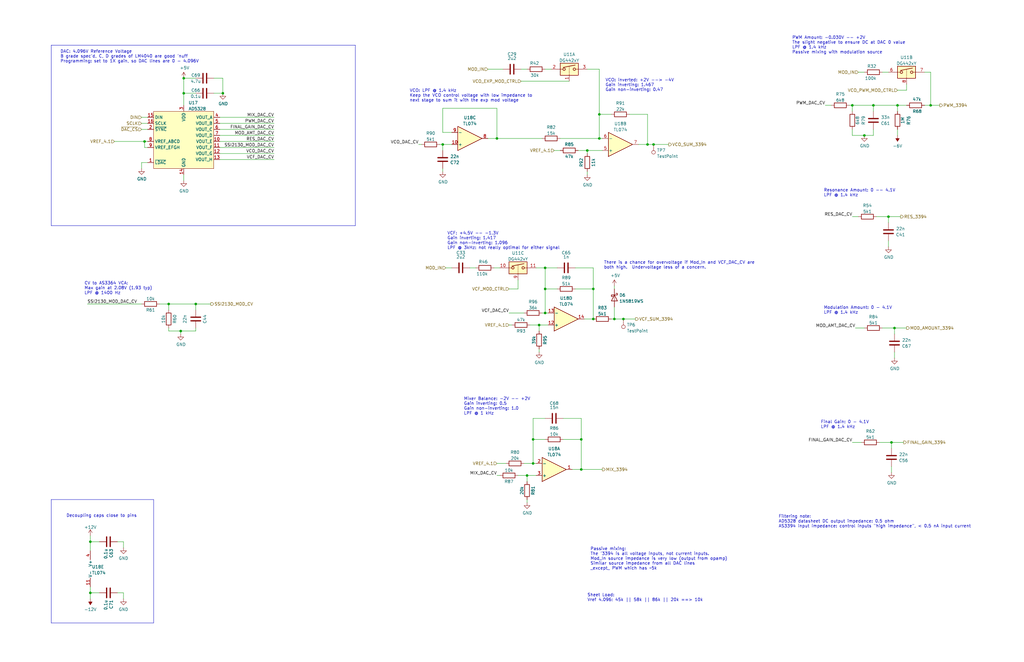
<source format=kicad_sch>
(kicad_sch (version 20230121) (generator eeschema)
  (paper "B")
  (title_block (title "Zoxnoxious SSI2130/AS3394") (rev "0.1") (company "Zoxnoxious Engineering"))
  (lib_symbols
    (symbol "Amplifier_Operational:TL074" (pin_names (offset 0.127))
      (property "Reference" "U" (at 0 5.08 0))
      (property "Value" "TL074" (at 0 -5.08 0))
      (symbol "TL074_1_1"
        (polyline (pts (xy -5.08 5.08) (xy 5.08 0) (xy -5.08 -5.08) (xy -5.08 5.08)) (stroke (width 0.254)) (fill (type background)))
        (pin output line (at 7.62 0 180) (length 2.54) (name "~") (number "1"))
        (pin input line (at -7.62 -2.54 0) (length 2.54) (name "-") (number "2"))
        (pin input line (at -7.62 2.54 0) (length 2.54) (name "+") (number "3"))
      )
      (symbol "TL074_2_1"
        (polyline (pts (xy -5.08 5.08) (xy 5.08 0) (xy -5.08 -5.08) (xy -5.08 5.08)) (stroke (width 0.254)) (fill (type background)))
        (pin input line (at -7.62 2.54 0) (length 2.54) (name "+") (number "5"))
        (pin input line (at -7.62 -2.54 0) (length 2.54) (name "-") (number "6"))
        (pin output line (at 7.62 0 180) (length 2.54) (name "~") (number "7"))
      )
      (symbol "TL074_3_1"
        (polyline (pts (xy -5.08 5.08) (xy 5.08 0) (xy -5.08 -5.08) (xy -5.08 5.08)) (stroke (width 0.254)) (fill (type background)))
        (pin input line (at -7.62 2.54 0) (length 2.54) (name "+") (number "10"))
        (pin output line (at 7.62 0 180) (length 2.54) (name "~") (number "8"))
        (pin input line (at -7.62 -2.54 0) (length 2.54) (name "-") (number "9"))
      )
      (symbol "TL074_4_1"
        (polyline (pts (xy -5.08 5.08) (xy 5.08 0) (xy -5.08 -5.08) (xy -5.08 5.08)) (stroke (width 0.254)) (fill (type background)))
        (pin input line (at -7.62 2.54 0) (length 2.54) (name "+") (number "12"))
        (pin input line (at -7.62 -2.54 0) (length 2.54) (name "-") (number "13"))
        (pin output line (at 7.62 0 180) (length 2.54) (name "~") (number "14"))
      )
      (symbol "TL074_5_1"
        (pin power_in line (at -2.54 -7.62 90) (length 3.81) (name "V-") (number "11"))
        (pin power_in line (at -2.54 7.62 270) (length 3.81) (name "V+") (number "4"))
      )
    )
    (symbol "Analog_Switch:DG442xY"
      (property "Reference" "U" (at -3.175 5.334 0))
      (property "Value" "DG442xY" (at -3.175 3.556 0))
      (symbol "DG442xY_1_1"
        (rectangle (start -3.81 2.54) (end 3.81 -2.54) (stroke (width 0.254)) (fill (type background)))
        (circle (center -2.159 0) (radius 0.508) (stroke (width 0.254)))
        (polyline (pts (xy -5.08 0) (xy -2.794 0)))
        (polyline (pts (xy -2.54 0.762) (xy 2.54 1.778)) (stroke (width 0.254)))
        (polyline (pts (xy 0 -2.54) (xy 0 -2.032)))
        (polyline (pts (xy 0 -1.778) (xy 0 -1.524)))
        (polyline (pts (xy 0 -1.27) (xy 0 -1.016)))
        (polyline (pts (xy 0 -0.762) (xy 0 -0.508)))
        (polyline (pts (xy 0 -0.254) (xy 0 0)))
        (polyline (pts (xy 0 0.254) (xy 0 0.508)))
        (polyline (pts (xy 0 0.762) (xy 0 1.016)))
        (polyline (pts (xy 5.08 0) (xy 2.794 0)))
        (circle (center 2.159 0) (radius 0.508) (stroke (width 0.254)))
        (pin input line (at 0 -5.08 90) (length 2.54) (name "~") (number "1"))
        (pin passive line (at -7.62 0 0) (length 2.54) (name "~") (number "2"))
        (pin passive line (at 7.62 0 180) (length 2.54) (name "~") (number "3"))
      )
      (symbol "DG442xY_2_1"
        (rectangle (start -3.81 2.54) (end 3.81 -2.54) (stroke (width 0.254)) (fill (type background)))
        (circle (center -2.159 0) (radius 0.508) (stroke (width 0.254)))
        (polyline (pts (xy -5.08 0) (xy -2.794 0)))
        (polyline (pts (xy -2.54 0.762) (xy 2.54 1.778)) (stroke (width 0.254)))
        (polyline (pts (xy 0 -2.54) (xy 0 -2.032)))
        (polyline (pts (xy 0 -1.778) (xy 0 -1.524)))
        (polyline (pts (xy 0 -1.27) (xy 0 -1.016)))
        (polyline (pts (xy 0 -0.762) (xy 0 -0.508)))
        (polyline (pts (xy 0 -0.254) (xy 0 0)))
        (polyline (pts (xy 0 0.254) (xy 0 0.508)))
        (polyline (pts (xy 0 0.762) (xy 0 1.016)))
        (polyline (pts (xy 5.08 0) (xy 2.794 0)))
        (circle (center 2.159 0) (radius 0.508) (stroke (width 0.254)))
        (pin passive line (at -7.62 0 0) (length 2.54) (name "~") (number "6"))
        (pin passive line (at 7.62 0 180) (length 2.54) (name "~") (number "7"))
        (pin input line (at 0 -5.08 90) (length 2.54) (name "~") (number "8"))
      )
      (symbol "DG442xY_3_1"
        (rectangle (start -3.81 2.54) (end 3.81 -2.54) (stroke (width 0.254)) (fill (type background)))
        (circle (center -2.159 0) (radius 0.508) (stroke (width 0.254)))
        (polyline (pts (xy -5.08 0) (xy -2.794 0)))
        (polyline (pts (xy -2.54 0.762) (xy 2.54 1.778)) (stroke (width 0.254)))
        (polyline (pts (xy 0 -2.54) (xy 0 -2.032)))
        (polyline (pts (xy 0 -1.778) (xy 0 -1.524)))
        (polyline (pts (xy 0 -1.27) (xy 0 -1.016)))
        (polyline (pts (xy 0 -0.762) (xy 0 -0.508)))
        (polyline (pts (xy 0 -0.254) (xy 0 0)))
        (polyline (pts (xy 0 0.254) (xy 0 0.508)))
        (polyline (pts (xy 0 0.762) (xy 0 1.016)))
        (polyline (pts (xy 5.08 0) (xy 2.794 0)))
        (circle (center 2.159 0) (radius 0.508) (stroke (width 0.254)))
        (pin passive line (at -7.62 0 0) (length 2.54) (name "~") (number "10"))
        (pin passive line (at 7.62 0 180) (length 2.54) (name "~") (number "11"))
        (pin input line (at 0 -5.08 90) (length 2.54) (name "~") (number "9"))
      )
      (symbol "DG442xY_4_1"
        (rectangle (start -3.81 2.54) (end 3.81 -2.54) (stroke (width 0.254)) (fill (type background)))
        (circle (center -2.159 0) (radius 0.508) (stroke (width 0.254)))
        (polyline (pts (xy -5.08 0) (xy -2.794 0)))
        (polyline (pts (xy -2.54 0.762) (xy 2.54 1.778)) (stroke (width 0.254)))
        (polyline (pts (xy 0 -2.54) (xy 0 -2.032)))
        (polyline (pts (xy 0 -1.778) (xy 0 -1.524)))
        (polyline (pts (xy 0 -1.27) (xy 0 -1.016)))
        (polyline (pts (xy 0 -0.762) (xy 0 -0.508)))
        (polyline (pts (xy 0 -0.254) (xy 0 0)))
        (polyline (pts (xy 0 0.254) (xy 0 0.508)))
        (polyline (pts (xy 0 0.762) (xy 0 1.016)))
        (polyline (pts (xy 5.08 0) (xy 2.794 0)))
        (circle (center 2.159 0) (radius 0.508) (stroke (width 0.254)))
        (pin passive line (at 7.62 0 180) (length 2.54) (name "~") (number "14"))
        (pin passive line (at -7.62 0 0) (length 2.54) (name "~") (number "15"))
        (pin input line (at 0 -5.08 90) (length 2.54) (name "~") (number "16"))
      )
      (symbol "DG442xY_5_0"
        (pin no_connect line (at 2.54 10.16 270) (length 2.54) hide (name "NC") (number "12"))
        (pin power_in line (at 0 12.7 270) (length 2.54) (name "V+") (number "13"))
        (pin power_in line (at 2.54 -12.7 90) (length 2.54) (name "V-") (number "4"))
        (pin power_in line (at 0 -12.7 90) (length 2.54) (name "GND") (number "5"))
      )
      (symbol "DG442xY_5_1"
        (rectangle (start -3.81 10.16) (end 6.35 -10.16) (stroke (width 0.254)) (fill (type background)))
      )
    )
    (symbol "Connector:TestPoint" (pin_numbers hide) (pin_names (offset 0.762) hide)
      (property "Reference" "TP" (at 0 6.858 0))
      (property "Value" "TestPoint" (at 0 5.08 0))
      (symbol "TestPoint_0_1"
        (circle (center 0 3.302) (radius 0.762))
      )
      (symbol "TestPoint_1_1"
        (pin passive line (at 0 0 90) (length 2.54) (name "1") (number "1"))
      )
    )
    (symbol "Device:C" (pin_numbers hide) (pin_names (offset 0.254))
      (property "Reference" "C" (at 0.635 2.54 0))
      (property "Value" "C" (at 0.635 -2.54 0))
      (symbol "C_0_1"
        (polyline (pts (xy -2.032 -0.762) (xy 2.032 -0.762)) (stroke (width 0.508)))
        (polyline (pts (xy -2.032 0.762) (xy 2.032 0.762)) (stroke (width 0.508)))
      )
      (symbol "C_1_1"
        (pin passive line (at 0 3.81 270) (length 2.794) (name "~") (number "1"))
        (pin passive line (at 0 -3.81 90) (length 2.794) (name "~") (number "2"))
      )
    )
    (symbol "Device:R" (pin_numbers hide) (pin_names (offset 0))
      (property "Reference" "R" (at 2.032 0 90))
      (property "Value" "R" (at 0 0 90))
      (symbol "R_0_1"
        (rectangle (start -1.016 -2.54) (end 1.016 2.54) (stroke (width 0.254)))
      )
      (symbol "R_1_1"
        (pin passive line (at 0 3.81 270) (length 1.27) (name "~") (number "1"))
        (pin passive line (at 0 -3.81 90) (length 1.27) (name "~") (number "2"))
      )
    )
    (symbol "Diode:1N5819" (pin_numbers hide) (pin_names (offset 1.016) hide)
      (property "Reference" "D" (at 0 2.54 0))
      (property "Value" "1N5819" (at 0 -2.54 0))
      (symbol "1N5819_0_1"
        (polyline (pts (xy 1.27 0) (xy -1.27 0)))
        (polyline (pts (xy 1.27 1.27) (xy 1.27 -1.27) (xy -1.27 0) (xy 1.27 1.27)) (stroke (width 0.254)))
        (polyline (pts (xy -1.905 0.635) (xy -1.905 1.27) (xy -1.27 1.27) (xy -1.27 -1.27) (xy -0.635 -1.27) (xy -0.635 -0.635)) (stroke (width 0.254)))
      )
      (symbol "1N5819_1_1"
        (pin passive line (at -3.81 0 0) (length 2.54) (name "K") (number "1"))
        (pin passive line (at 3.81 0 180) (length 2.54) (name "A") (number "2"))
      )
    )
    (symbol "Z3340:AD5328"
      (property "Reference" "U" (at 0 -2.54 0))
      (property "Value" "AD5328" (at 0 0 0))
      (symbol "AD5328_0_1"
        (rectangle (start -12.7 10.16) (end 12.7 -13.97) (stroke (width 0.1524)) (fill (type background)))
      )
      (symbol "AD5328_1_1"
        (pin input line (at -15.24 -11.43 0) (length 2.54) (name "~{LDAC}") (number "1"))
        (pin output line (at 15.24 -2.54 180) (length 2.54) (name "VOUT_E") (number "10"))
        (pin output line (at 15.24 -5.08 180) (length 2.54) (name "VOUT_F") (number "11"))
        (pin output line (at 15.24 -7.62 180) (length 2.54) (name "VOUT_G") (number "12"))
        (pin output line (at 15.24 -10.16 180) (length 2.54) (name "VOUT_H") (number "13"))
        (pin power_in line (at 0 -16.51 90) (length 2.54) (name "GND") (number "14"))
        (pin input line (at -15.24 7.62 0) (length 2.54) (name "DIN") (number "15"))
        (pin input line (at -15.24 5.08 0) (length 2.54) (name "SCLK") (number "16"))
        (pin input line (at -15.24 2.54 0) (length 2.54) (name "~{SYNC}") (number "2"))
        (pin power_in line (at 0 12.7 270) (length 2.54) (name "VDD") (number "3"))
        (pin output line (at 15.24 7.62 180) (length 2.54) (name "VOUT_A") (number "4"))
        (pin output line (at 15.24 5.08 180) (length 2.54) (name "VOUT_B") (number "5"))
        (pin output line (at 15.24 2.54 180) (length 2.54) (name "VOUT_C") (number "6"))
        (pin output line (at 15.24 0 180) (length 2.54) (name "VOUT_D") (number "7"))
        (pin input line (at -15.24 -2.54 0) (length 2.54) (name "VREF_ABCD") (number "8"))
        (pin input line (at -15.24 -5.08 0) (length 2.54) (name "VREF_EFGH") (number "9"))
      )
    )
    (symbol "power:+12V" (power) (pin_names (offset 0))
      (property "Value" "+12V" (at 0 3.556 0))
      (symbol "+12V_0_1"
        (polyline (pts (xy -0.762 1.27) (xy 0 2.54)))
        (polyline (pts (xy 0 0) (xy 0 2.54)))
        (polyline (pts (xy 0 2.54) (xy 0.762 1.27)))
      )
      (symbol "+12V_1_1"
        (pin power_in line (at 0 0 90) (length 0) hide (name "+12V") (number "1"))
      )
    )
    (symbol "power:+5V" (power) (pin_names (offset 0))
      (property "Value" "+5V" (at 0 3.556 0))
      (symbol "+5V_0_1"
        (polyline (pts (xy -0.762 1.27) (xy 0 2.54)))
        (polyline (pts (xy 0 0) (xy 0 2.54)))
        (polyline (pts (xy 0 2.54) (xy 0.762 1.27)))
      )
      (symbol "+5V_1_1"
        (pin power_in line (at 0 0 90) (length 0) hide (name "+5V") (number "1"))
      )
    )
    (symbol "power:-12V" (power) (pin_names (offset 0))
      (property "Value" "-12V" (at 0 3.81 0))
      (symbol "-12V_0_0"
        (pin power_in line (at 0 0 90) (length 0) hide (name "-12V") (number "1"))
      )
      (symbol "-12V_0_1"
        (polyline (pts (xy 0 0) (xy 0 1.27) (xy 0.762 1.27) (xy 0 2.54) (xy -0.762 1.27) (xy 0 1.27)) (fill (type outline)))
      )
    )
    (symbol "power:-6.5V" (power) (pin_names (offset 0))
      (property "Value" "-6.5V" (at 0 3.81 0))
      (symbol "-6.5V_0_0"
        (pin power_in line (at 0 0 90) (length 0) hide (name "-6V") (number "1"))
      )
      (symbol "-6.5V_0_1"
        (polyline (pts (xy 0 0) (xy 0 1.27) (xy 0.762 1.27) (xy 0 2.54) (xy -0.762 1.27) (xy 0 1.27)) (fill (type outline)))
      )
    )
    (symbol "power:GND" (power) (pin_names (offset 0))
      (property "Value" "GND" (at 0 -3.81 0))
      (symbol "GND_0_1"
        (polyline (pts (xy 0 0) (xy 0 -1.27) (xy 1.27 -1.27) (xy 0 -2.54) (xy -1.27 -1.27) (xy 0 -1.27)))
      )
      (symbol "GND_1_1"
        (pin power_in line (at 0 0 270) (length 0) hide (name "GND") (number "1"))
      )
    )
  )
  (junction (at 186.69 60.96))
  (junction (at 359.41 44.45))
  (junction (at 209.55 58.42))
  (junction (at 250.19 134.62))
  (junction (at 259.08 134.62))
  (junction (at 77.47 39.37))
  (junction (at 71.12 128.27))
  (junction (at 38.1 250.19))
  (junction (at 222.25 200.66))
  (junction (at 368.3 44.45))
  (junction (at 252.73 58.42))
  (junction (at 275.59 60.96))
  (junction (at 374.65 91.44))
  (junction (at 60.96 59.69))
  (junction (at 224.79 185.42))
  (junction (at 38.1 228.6))
  (junction (at 93.98 39.37))
  (junction (at 245.11 198.12))
  (junction (at 377.19 138.43))
  (junction (at 77.47 33.02))
  (junction (at 247.65 63.5))
  (junction (at 262.89 134.62))
  (junction (at 273.05 60.96))
  (junction (at 227.33 137.16))
  (junction (at 375.92 186.69))
  (junction (at 229.87 121.92))
  (junction (at 252.73 48.26))
  (junction (at 76.2 139.7))
  (junction (at 229.87 132.08))
  (junction (at 364.49 57.15))
  (junction (at 224.79 195.58))
  (junction (at 229.87 113.03))
  (junction (at 82.55 128.27))
  (junction (at 245.11 185.42))
  (junction (at 250.19 121.92))
  (junction (at 378.46 44.45))
  (junction (at 392.43 44.45))
  (wire (pts (xy 209.55 195.58) (xy 213.36 195.58)))
  (wire (pts (xy 234.95 121.92) (xy 229.87 121.92)))
  (wire (pts (xy 62.23 59.69) (xy 60.96 59.69)))
  (wire (pts (xy 273.05 60.96) (xy 275.59 60.96)))
  (wire (pts (xy 52.07 250.19) (xy 49.53 250.19)))
  (wire (pts (xy 229.87 29.21) (xy 232.41 29.21)))
  (wire (pts (xy 257.81 48.26) (xy 252.73 48.26)))
  (wire (pts (xy 92.71 54.61) (xy 115.57 54.61)))
  (wire (pts (xy 392.43 30.48) (xy 392.43 44.45)))
  (wire (pts (xy 368.3 57.15) (xy 364.49 57.15)))
  (wire (pts (xy 360.68 138.43) (xy 364.49 138.43)))
  (wire (pts (xy 392.43 44.45) (xy 396.24 44.45)))
  (wire (pts (xy 218.44 200.66) (xy 222.25 200.66)))
  (wire (pts (xy 222.25 210.82) (xy 222.25 212.09)))
  (wire (pts (xy 227.33 137.16) (xy 231.14 137.16)))
  (polyline (pts (xy 21.59 95.25) (xy 21.59 19.05)))
  (wire (pts (xy 59.69 49.53) (xy 62.23 49.53)))
  (wire (pts (xy 368.3 44.45) (xy 378.46 44.45)))
  (wire (pts (xy 186.69 45.72) (xy 209.55 45.72)))
  (wire (pts (xy 236.22 58.42) (xy 252.73 58.42)))
  (wire (pts (xy 229.87 176.53) (xy 224.79 176.53)))
  (wire (pts (xy 247.65 63.5) (xy 247.65 64.77)))
  (wire (pts (xy 374.65 91.44) (xy 379.73 91.44)))
  (wire (pts (xy 252.73 48.26) (xy 252.73 58.42)))
  (wire (pts (xy 222.25 200.66) (xy 222.25 203.2)))
  (wire (pts (xy 347.98 44.45) (xy 350.52 44.45)))
  (wire (pts (xy 218.44 121.92) (xy 218.44 118.11)))
  (wire (pts (xy 185.42 60.96) (xy 186.69 60.96)))
  (wire (pts (xy 222.25 200.66) (xy 226.06 200.66)))
  (wire (pts (xy 36.83 128.27) (xy 59.69 128.27)))
  (wire (pts (xy 82.55 128.27) (xy 88.9 128.27)))
  (wire (pts (xy 92.71 49.53) (xy 115.57 49.53)))
  (wire (pts (xy 243.84 63.5) (xy 247.65 63.5)))
  (wire (pts (xy 209.55 200.66) (xy 210.82 200.66)))
  (wire (pts (xy 242.57 121.92) (xy 250.19 121.92)))
  (wire (pts (xy 77.47 39.37) (xy 77.47 33.02)))
  (wire (pts (xy 378.46 44.45) (xy 378.46 46.99)))
  (wire (pts (xy 93.98 33.02) (xy 90.17 33.02)))
  (wire (pts (xy 273.05 48.26) (xy 273.05 60.96)))
  (wire (pts (xy 92.71 64.77) (xy 115.57 64.77)))
  (wire (pts (xy 250.19 113.03) (xy 250.19 121.92)))
  (wire (pts (xy 242.57 113.03) (xy 250.19 113.03)))
  (wire (pts (xy 76.2 139.7) (xy 82.55 139.7)))
  (wire (pts (xy 359.41 186.69) (xy 363.22 186.69)))
  (wire (pts (xy 234.95 113.03) (xy 229.87 113.03)))
  (wire (pts (xy 92.71 52.07) (xy 115.57 52.07)))
  (polyline (pts (xy 64.77 262.89) (xy 21.59 262.89)))
  (wire (pts (xy 52.07 252.73) (xy 52.07 250.19)))
  (wire (pts (xy 186.69 71.12) (xy 186.69 72.39)))
  (wire (pts (xy 245.11 198.12) (xy 241.3 198.12)))
  (wire (pts (xy 38.1 226.06) (xy 38.1 228.6)))
  (wire (pts (xy 377.19 138.43) (xy 372.11 138.43)))
  (wire (pts (xy 257.81 134.62) (xy 259.08 134.62)))
  (wire (pts (xy 223.52 137.16) (xy 227.33 137.16)))
  (wire (pts (xy 369.57 91.44) (xy 374.65 91.44)))
  (wire (pts (xy 71.12 128.27) (xy 71.12 130.81)))
  (wire (pts (xy 227.33 147.32) (xy 227.33 148.59)))
  (wire (pts (xy 224.79 176.53) (xy 224.79 185.42)))
  (wire (pts (xy 247.65 72.39) (xy 247.65 73.66)))
  (wire (pts (xy 62.23 62.23) (xy 60.96 62.23)))
  (wire (pts (xy 92.71 59.69) (xy 115.57 59.69)))
  (wire (pts (xy 229.87 121.92) (xy 229.87 132.08)))
  (wire (pts (xy 208.28 113.03) (xy 210.82 113.03)))
  (wire (pts (xy 389.89 30.48) (xy 392.43 30.48)))
  (wire (pts (xy 359.41 91.44) (xy 361.95 91.44)))
  (wire (pts (xy 259.08 120.65) (xy 259.08 121.92)))
  (wire (pts (xy 378.46 44.45) (xy 382.27 44.45)))
  (wire (pts (xy 224.79 185.42) (xy 224.79 195.58)))
  (wire (pts (xy 77.47 39.37) (xy 82.55 39.37)))
  (wire (pts (xy 375.92 196.85) (xy 375.92 199.39)))
  (wire (pts (xy 273.05 60.96) (xy 269.24 60.96)))
  (wire (pts (xy 361.95 30.48) (xy 364.49 30.48)))
  (wire (pts (xy 245.11 198.12) (xy 254 198.12)))
  (wire (pts (xy 82.55 139.7) (xy 82.55 138.43)))
  (wire (pts (xy 265.43 48.26) (xy 273.05 48.26)))
  (wire (pts (xy 247.65 63.5) (xy 254 63.5)))
  (wire (pts (xy 52.07 231.14) (xy 52.07 228.6)))
  (wire (pts (xy 358.14 44.45) (xy 359.41 44.45)))
  (wire (pts (xy 252.73 58.42) (xy 254 58.42)))
  (polyline (pts (xy 64.77 210.82) (xy 64.77 262.89)))
  (wire (pts (xy 77.47 33.02) (xy 82.55 33.02)))
  (wire (pts (xy 368.3 54.61) (xy 368.3 57.15)))
  (wire (pts (xy 60.96 62.23) (xy 60.96 59.69)))
  (wire (pts (xy 359.41 54.61) (xy 359.41 57.15)))
  (polyline (pts (xy 149.86 95.25) (xy 21.59 95.25)))
  (wire (pts (xy 76.2 139.7) (xy 76.2 140.97)))
  (wire (pts (xy 52.07 228.6) (xy 49.53 228.6)))
  (wire (pts (xy 176.53 60.96) (xy 177.8 60.96)))
  (polyline (pts (xy 21.59 210.82) (xy 64.77 210.82)))
  (wire (pts (xy 77.47 73.66) (xy 77.47 76.2)))
  (polyline (pts (xy 21.59 210.82) (xy 21.59 262.89)))
  (wire (pts (xy 377.19 140.97) (xy 377.19 138.43)))
  (wire (pts (xy 92.71 67.31) (xy 115.57 67.31)))
  (wire (pts (xy 59.69 52.07) (xy 62.23 52.07)))
  (wire (pts (xy 38.1 250.19) (xy 38.1 252.73)))
  (wire (pts (xy 71.12 128.27) (xy 82.55 128.27)))
  (wire (pts (xy 262.89 134.62) (xy 267.97 134.62)))
  (wire (pts (xy 245.11 185.42) (xy 245.11 198.12)))
  (wire (pts (xy 250.19 134.62) (xy 246.38 134.62)))
  (wire (pts (xy 209.55 58.42) (xy 228.6 58.42)))
  (wire (pts (xy 374.65 101.6) (xy 374.65 104.14)))
  (wire (pts (xy 186.69 55.88) (xy 186.69 45.72)))
  (wire (pts (xy 67.31 128.27) (xy 71.12 128.27)))
  (wire (pts (xy 59.69 68.58) (xy 59.69 71.12)))
  (wire (pts (xy 38.1 228.6) (xy 38.1 232.41)))
  (wire (pts (xy 71.12 138.43) (xy 71.12 139.7)))
  (wire (pts (xy 77.47 39.37) (xy 77.47 44.45)))
  (wire (pts (xy 187.96 113.03) (xy 190.5 113.03)))
  (wire (pts (xy 93.98 39.37) (xy 93.98 33.02)))
  (wire (pts (xy 219.71 29.21) (xy 222.25 29.21)))
  (wire (pts (xy 92.71 57.15) (xy 115.57 57.15)))
  (wire (pts (xy 245.11 176.53) (xy 245.11 185.42)))
  (wire (pts (xy 198.12 113.03) (xy 200.66 113.03)))
  (wire (pts (xy 186.69 60.96) (xy 186.69 63.5)))
  (polyline (pts (xy 149.86 19.05) (xy 149.86 95.25)))
  (wire (pts (xy 247.65 29.21) (xy 252.73 29.21)))
  (wire (pts (xy 259.08 134.62) (xy 262.89 134.62)))
  (wire (pts (xy 92.71 62.23) (xy 115.57 62.23)))
  (wire (pts (xy 228.6 132.08) (xy 229.87 132.08)))
  (wire (pts (xy 209.55 45.72) (xy 209.55 58.42)))
  (wire (pts (xy 205.74 58.42) (xy 209.55 58.42)))
  (wire (pts (xy 229.87 113.03) (xy 229.87 121.92)))
  (wire (pts (xy 375.92 186.69) (xy 370.84 186.69)))
  (wire (pts (xy 237.49 176.53) (xy 245.11 176.53)))
  (wire (pts (xy 250.19 121.92) (xy 250.19 134.62)))
  (wire (pts (xy 38.1 228.6) (xy 41.91 228.6)))
  (wire (pts (xy 59.69 54.61) (xy 62.23 54.61)))
  (wire (pts (xy 82.55 128.27) (xy 82.55 130.81)))
  (wire (pts (xy 259.08 129.54) (xy 259.08 134.62)))
  (wire (pts (xy 252.73 29.21) (xy 252.73 48.26)))
  (wire (pts (xy 90.17 39.37) (xy 93.98 39.37)))
  (wire (pts (xy 237.49 185.42) (xy 245.11 185.42)))
  (wire (pts (xy 38.1 250.19) (xy 38.1 247.65)))
  (wire (pts (xy 372.11 30.48) (xy 374.65 30.48)))
  (wire (pts (xy 71.12 139.7) (xy 76.2 139.7)))
  (wire (pts (xy 233.68 63.5) (xy 236.22 63.5)))
  (wire (pts (xy 227.33 137.16) (xy 227.33 139.7)))
  (wire (pts (xy 368.3 44.45) (xy 359.41 44.45)))
  (wire (pts (xy 186.69 60.96) (xy 190.5 60.96)))
  (wire (pts (xy 374.65 93.98) (xy 374.65 91.44)))
  (wire (pts (xy 220.98 195.58) (xy 224.79 195.58)))
  (wire (pts (xy 219.71 34.29) (xy 240.03 34.29)))
  (wire (pts (xy 62.23 68.58) (xy 59.69 68.58)))
  (wire (pts (xy 382.27 35.56) (xy 382.27 38.1)))
  (wire (pts (xy 368.3 46.99) (xy 368.3 44.45)))
  (wire (pts (xy 224.79 195.58) (xy 226.06 195.58)))
  (wire (pts (xy 214.63 137.16) (xy 215.9 137.16)))
  (wire (pts (xy 48.26 59.69) (xy 60.96 59.69)))
  (wire (pts (xy 229.87 132.08) (xy 231.14 132.08)))
  (wire (pts (xy 275.59 60.96) (xy 281.94 60.96)))
  (wire (pts (xy 190.5 55.88) (xy 186.69 55.88)))
  (wire (pts (xy 389.89 44.45) (xy 392.43 44.45)))
  (wire (pts (xy 214.63 132.08) (xy 220.98 132.08)))
  (wire (pts (xy 375.92 189.23) (xy 375.92 186.69)))
  (wire (pts (xy 382.27 38.1) (xy 378.46 38.1)))
  (polyline (pts (xy 21.59 19.05) (xy 149.86 19.05)))
  (wire (pts (xy 205.74 29.21) (xy 212.09 29.21)))
  (wire (pts (xy 377.19 148.59) (xy 377.19 151.13)))
  (wire (pts (xy 229.87 185.42) (xy 224.79 185.42)))
  (wire (pts (xy 375.92 186.69) (xy 381 186.69)))
  (wire (pts (xy 364.49 57.15) (xy 359.41 57.15)))
  (wire (pts (xy 359.41 46.99) (xy 359.41 44.45)))
  (wire (pts (xy 378.46 54.61) (xy 378.46 57.15)))
  (wire (pts (xy 226.06 113.03) (xy 229.87 113.03)))
  (wire (pts (xy 214.63 121.92) (xy 218.44 121.92)))
  (wire (pts (xy 377.19 138.43) (xy 382.27 138.43)))
  (wire (pts (xy 41.91 250.19) (xy 38.1 250.19)))
  (text "PWM Amount: -0.030V -- +2V\nThe slight negative to ensure DC at DAC 0 value\nLPF @ 1.4 kHz\nPassive mixing with modulation source" (at 334.01 22.86 0) (effects (font (size 1.27 1.27)) (justify left bottom)))
  (text "VCO: LPF @ 1.4 kHz\nKeep the VCO control voltage with low impedance to\nnext stage to sum it with the exp mod voltage" (at 172.72 43.18 0) (effects (font (size 1.27 1.27)) (justify left bottom)))
  (text "VCF: +4.5V -- -1.3V\nGain inverting: 1.417\nGain non-inverting: 1.096\nLPF @ 3kHz: not really optimal for either signal" (at 188.595 105.41 0) (effects (font (size 1.27 1.27)) (justify left bottom)))
  (text "Resonance Amount: 0 -- 4.1V\nLPF @ 1.4 kHz" (at 347.345 83.185 0) (effects (font (size 1.27 1.27)) (justify left bottom)))
  (text "Sheet Load:\nVref 4.096: 45k || 58k || 86k || 20k ==> 10k\n" (at 247.65 254 0) (effects (font (size 1.27 1.27)) (justify left bottom)))
  (text "Passive mixing:\nThe '3394 is all voltage inputs, not current inputs.\nMod_In source impedance is very low (output from opamp)\nSimilar source impedance from all DAC lines\n_except_ PWM which has ~5k" (at 248.92 240.665 0) (effects (font (size 1.27 1.27)) (justify left bottom)))
  (text "There is a chance for overvoltage if Mod_In and VCF_DAC_CV are\nboth high.  Undervoltage less of a concern." (at 254.635 113.665 0) (effects (font (size 1.27 1.27)) (justify left bottom)))
  (text "Mixer Balance: -2V -- +2V\nGain inverting: 0.5\nGain non-inverting: 1.0\nLPF @ 1 kHz" (at 195.58 175.26 0) (effects (font (size 1.27 1.27)) (justify left bottom)))
  (text "Modulation Amount: 0 - 4.1V\nLPF @ 1.4 kHz" (at 347.345 132.715 0) (effects (font (size 1.27 1.27)) (justify left bottom)))
  (text "Filtering note:\nAD5328 datasheet DC output impedance: 0.5 ohm\nAS3394 input impedance: control inputs \"high impedance\", < 0.5 nA input current" (at 328.295 222.885 0) (effects (font (size 1.27 1.27)) (justify left bottom)))
  (text "Final Gain: 0 - 4.1V\nLPF @ 1.4 kHz" (at 346.075 180.975 0) (effects (font (size 1.27 1.27)) (justify left bottom)))
  (text "DAC: 4.096V Reference Voltage\nB grade spec'd, C, D grades of LM4040 are good 'nuff\nProgramming: set to 1X gain, so DAC lines are 0 - 4.096V" (at 25.4 26.67 0) (effects (font (size 1.27 1.27)) (justify left bottom)))
  (text "CV to AS3364 VCA:\nMax gain at 2.08V (1.93 typ)\nLPF @ 1400 Hz" (at 35.56 124.46 0) (effects (font (size 1.27 1.27)) (justify left bottom)))
  (text "Decoupling caps close to pins" (at 27.94 218.44 0) (effects (font (size 1.27 1.27)) (justify left bottom)))
  (text "VCO: inverted: +2V --> -4V\nGain inverting: 1.467\nGain non-inverting: 0.47" (at 255.27 38.735 0) (effects (font (size 1.27 1.27)) (justify left bottom)))
  (label "PWM_DAC_CV" (at 347.98 44.45 180))
  (label "VCO_DAC_CV" (at 115.57 64.77 180))
  (label "FINAL_GAIN_DAC_CV" (at 115.57 54.61 180))
  (label "MIX_DAC_CV" (at 115.57 49.53 180))
  (label "SSI2130_MOD_DAC_CV" (at 115.57 62.23 180))
  (label "FINAL_GAIN_DAC_CV" (at 359.41 186.69 180))
  (label "MIX_DAC_CV" (at 209.55 200.66 180))
  (label "VCF_DAC_CV" (at 214.63 132.08 180))
  (label "PWM_DAC_CV" (at 115.57 52.07 180))
  (label "VCF_DAC_CV" (at 115.57 67.31 180))
  (label "VCO_DAC_CV" (at 176.53 60.96 180))
  (label "MOD_AMT_DAC_CV" (at 115.57 57.15 180))
  (label "MOD_AMT_DAC_CV" (at 360.68 138.43 180))
  (label "RES_DAC_CV" (at 115.57 59.69 180))
  (label "SSI2130_MOD_DAC_CV" (at 36.83 128.27 0))
  (label "RES_DAC_CV" (at 359.41 91.44 180))
  (hierarchical_label "MOD_IN" (shape input) (at 187.96 113.03 180))
  (hierarchical_label "MIX_3394" (shape output) (at 254 198.12 0))
  (hierarchical_label "MOD_IN" (shape input) (at 361.95 30.48 180))
  (hierarchical_label "MOD_IN" (shape input) (at 205.74 29.21 180))
  (hierarchical_label "RES_3394" (shape output) (at 379.73 91.44 0))
  (hierarchical_label "SSI2130_MOD_CV" (shape output) (at 88.9 128.27 0))
  (hierarchical_label "VREF_4.1" (shape input) (at 209.55 195.58 180))
  (hierarchical_label "PWM_3394" (shape output) (at 396.24 44.45 0))
  (hierarchical_label "VREF_4.1" (shape input) (at 214.63 137.16 180))
  (hierarchical_label "VREF_4.1" (shape input) (at 233.68 63.5 180))
  (hierarchical_label "VCO_EXP_MOD_CTRL" (shape input) (at 219.71 34.29 180))
  (hierarchical_label "VCF_MOD_CTRL" (shape input) (at 214.63 121.92 180))
  (hierarchical_label "DIN" (shape input) (at 59.69 49.53 180))
  (hierarchical_label "MOD_AMOUNT_3394" (shape output) (at 382.27 138.43 0))
  (hierarchical_label "FINAL_GAIN_3394" (shape output) (at 381 186.69 0))
  (hierarchical_label "~{DAC_CS}" (shape input) (at 59.69 54.61 180))
  (hierarchical_label "VCO_SUM_3394" (shape output) (at 281.94 60.96 0))
  (hierarchical_label "VREF_4.1" (shape input) (at 48.26 59.69 180))
  (hierarchical_label "VCF_SUM_3394" (shape output) (at 267.97 134.62 0))
  (hierarchical_label "VCO_PWM_MOD_CTRL" (shape input) (at 378.46 38.1 180))
  (hierarchical_label "SCLK" (shape input) (at 59.69 52.07 180))
  (symbol (lib_id "Device:R") (at 359.41 50.8 0) (unit 1)
    (property "Reference" "R79" (at 364.1258 50.8 90))
    (property "Value" "6k8" (at 361.5889 50.8 90))
    (property "Footprint" "Resistor_SMD:R_0603_1608Metric" (effects hide))
  )
  (symbol (lib_id "Device:C") (at 45.72 228.6 270) (unit 1)
    (property "Reference" "C63" (at 46.8884 231.521 0) (effects (justify left)))
    (property "Value" "0.1u" (at 44.577 231.521 0) (effects (justify left)))
    (property "Footprint" "Capacitor_SMD:C_0603_1608Metric" (effects hide))
    (property "LCSC Part" "C14663" (effects hide))
  )
  (symbol (lib_id "Amplifier_Operational:TL074") (at 233.68 198.12 0) (mirror x) (unit 1)
    (property "Reference" "U18" (at 233.68 189.3402 0))
    (property "Value" "TL074" (at 233.68 191.8771 0))
    (property "Footprint" "Package_SO:TSSOP-14_4.4x5mm_P0.65mm" (effects hide))
    (property "Datasheet" "http://www.ti.com/lit/ds/symlink/tl071.pdf" (effects hide))
    (property "LCSC Part" "C96507" (effects hide))
  )
  (symbol (lib_id "power:GND") (at 222.25 212.09 0) (unit 1)
    (property "Reference" "#PWR040" (effects hide))
    (property "Value" "GND" (at 222.377 216.4842 0))
  )
  (symbol (lib_id "Device:R") (at 368.3 138.43 90) (unit 1)
    (property "Reference" "R84" (at 368.3 133.7142 90))
    (property "Value" "5k1" (at 368.3 136.2511 90))
    (property "Footprint" "Resistor_SMD:R_0603_1608Metric" (effects hide))
    (property "LCSC Part" "C23186" (effects hide))
  )
  (symbol (lib_id "Device:R") (at 238.76 121.92 90) (unit 1)
    (property "Reference" "R89" (at 238.76 117.2042 90))
    (property "Value" "51k" (at 238.76 119.7411 90))
    (property "Footprint" "Resistor_SMD:R_0603_1608Metric" (effects hide))
  )
  (symbol (lib_id "power:GND") (at 52.07 252.73 0) (unit 1)
    (property "Reference" "#PWR04" (effects hide))
    (property "Value" "GND" (at 52.07 257.1734 0))
  )
  (symbol (lib_id "Device:R") (at 354.33 44.45 90) (unit 1)
    (property "Reference" "R75" (at 354.33 39.7342 90))
    (property "Value" "6k8" (at 354.33 42.2711 90))
    (property "Footprint" "Resistor_SMD:R_0603_1608Metric" (effects hide))
  )
  (symbol (lib_id "Device:C") (at 377.19 144.78 0) (unit 1)
    (property "Reference" "C67" (at 382.27 146.05 0))
    (property "Value" "22n" (at 382.27 143.51 0))
    (property "Footprint" "Capacitor_SMD:C_0603_1608Metric" (effects hide))
    (property "LCSC Part" "C21122" (effects hide))
  )
  (symbol (lib_id "Device:C") (at 375.92 193.04 0) (unit 1)
    (property "Reference" "C56" (at 381 194.31 0))
    (property "Value" "22n" (at 381 191.77 0))
    (property "Footprint" "Capacitor_SMD:C_0603_1608Metric" (effects hide))
    (property "LCSC Part" "C21122" (effects hide))
  )
  (symbol (lib_id "Device:C") (at 45.72 250.19 270) (unit 1)
    (property "Reference" "C71" (at 46.8884 253.111 0) (effects (justify left)))
    (property "Value" "0.1u" (at 44.577 253.111 0) (effects (justify left)))
    (property "Footprint" "Capacitor_SMD:C_0603_1608Metric" (effects hide))
    (property "LCSC Part" "C14663" (effects hide))
  )
  (symbol (lib_id "power:GND") (at 93.98 39.37 0) (unit 1)
    (property "Reference" "#PWR034" (effects hide))
    (property "Value" "GND" (at 94.107 43.7642 0))
  )
  (symbol (lib_id "power:+5V") (at 259.08 120.65 0) (unit 1)
    (property "Reference" "#PWR043" (effects hide))
    (property "Value" "+5V" (at 259.461 116.2558 0))
  )
  (symbol (lib_id "power:GND") (at 364.49 57.15 0) (unit 1)
    (property "Reference" "#PWR044" (effects hide))
    (property "Value" "GND" (at 364.617 61.5442 0))
  )
  (symbol (lib_id "Device:R") (at 368.3 30.48 90) (unit 1)
    (property "Reference" "R32" (at 369.57 27.94 90) (effects (justify left)))
    (property "Value" "100k" (at 369.57 33.02 90) (effects (justify left)))
    (property "Footprint" "Resistor_SMD:R_0603_1608Metric" (effects hide))
  )
  (symbol (lib_id "Device:R") (at 386.08 44.45 270) (unit 1)
    (property "Reference" "R68" (at 384.81 46.99 90) (effects (justify left)))
    (property "Value" "47k" (at 384.81 41.91 90) (effects (justify left)))
    (property "Footprint" "Resistor_SMD:R_0603_1608Metric" (effects hide))
    (property "LCSC Part" "C25819" (effects hide))
  )
  (symbol (lib_id "Device:R") (at 224.79 132.08 90) (unit 1)
    (property "Reference" "R96" (at 224.79 127.3642 90))
    (property "Value" "36k" (at 224.79 129.9011 90))
    (property "Footprint" "Resistor_SMD:R_0603_1608Metric" (effects hide))
  )
  (symbol (lib_id "power:GND") (at 377.19 151.13 0) (unit 1)
    (property "Reference" "#PWR047" (effects hide))
    (property "Value" "GND" (at 377.317 155.5242 0))
  )
  (symbol (lib_id "power:GND") (at 52.07 231.14 0) (unit 1)
    (property "Reference" "#PWR03" (effects hide))
    (property "Value" "GND" (at 52.07 235.5834 0))
  )
  (symbol (lib_id "Z3340:AD5328") (at 77.47 57.15 0) (unit 1)
    (property "Reference" "U17" (at 79.4894 43.341 0) (effects (justify left)))
    (property "Value" "AD5328" (at 79.4894 45.8779 0) (effects (justify left)))
    (property "Footprint" "Package_SO:TSSOP-16_4.4x5mm_P0.65mm" (effects hide))
    (property "Datasheet" "https://www.analog.com/en/products/ad5308.html" (effects hide))
  )
  (symbol (lib_id "Device:R") (at 71.12 134.62 180) (unit 1)
    (property "Reference" "R60" (at 73.66 134.62 90))
    (property "Value" "10k" (at 68.9411 134.62 90))
    (property "Footprint" "Resistor_SMD:R_0603_1608Metric" (effects hide))
  )
  (symbol (lib_id "Device:C") (at 86.36 39.37 90) (unit 1)
    (property "Reference" "C66" (at 82.55 38.1 90))
    (property "Value" "0.1u" (at 82.55 40.64 90))
    (property "Footprint" "Capacitor_SMD:C_0603_1608Metric" (effects hide))
    (property "LCSC Part" "C14663" (effects hide))
  )
  (symbol (lib_id "Device:R") (at 240.03 63.5 90) (unit 1)
    (property "Reference" "R85" (at 240.03 60.96 90))
    (property "Value" "47k" (at 240.03 66.04 90))
    (property "Footprint" "Resistor_SMD:R_0603_1608Metric" (effects hide))
    (property "LCSC Part" "C25819" (effects hide))
  )
  (symbol (lib_id "power:GND") (at 247.65 73.66 0) (unit 1)
    (property "Reference" "#PWR042" (effects hide))
    (property "Value" "GND" (at 247.777 78.0542 0))
  )
  (symbol (lib_id "Device:C") (at 374.65 97.79 0) (unit 1)
    (property "Reference" "C41" (at 379.73 99.06 0))
    (property "Value" "22n" (at 379.73 96.52 0))
    (property "Footprint" "Capacitor_SMD:C_0603_1608Metric" (effects hide))
    (property "LCSC Part" "C21122" (effects hide))
  )
  (symbol (lib_id "power:GND") (at 227.33 148.59 0) (unit 1)
    (property "Reference" "#PWR041" (effects hide))
    (property "Value" "GND" (at 227.457 152.9842 0))
  )
  (symbol (lib_id "Device:C") (at 86.36 33.02 90) (unit 1)
    (property "Reference" "C69" (at 82.55 31.75 90))
    (property "Value" "4.7u" (at 82.55 34.29 90))
    (property "Footprint" "Capacitor_SMD:C_0603_1608Metric" (effects hide))
    (property "LCSC Part" "C19666" (effects hide))
  )
  (symbol (lib_id "Analog_Switch:DG442xY") (at 240.03 29.21 0) (unit 1)
    (property "Reference" "U11" (at 240.03 22.9702 0))
    (property "Value" "DG442xY" (at 240.03 25.5071 0))
    (property "Footprint" "Package_SO:SOIC-16_3.9x9.9mm_P1.27mm" (effects hide))
    (property "Datasheet" "https://datasheets.maximintegrated.com/en/ds/DG441-DG442.pdf" (effects hide))
    (property "LCSC Part" "C144269" (effects hide))
  )
  (symbol (lib_id "Device:R") (at 227.33 143.51 180) (unit 1)
    (property "Reference" "R95" (at 229.87 143.51 90))
    (property "Value" "39k" (at 225.1511 143.51 90))
    (property "Footprint" "Resistor_SMD:R_0603_1608Metric" (effects hide))
  )
  (symbol (lib_id "Device:R") (at 204.47 113.03 90) (unit 1)
    (property "Reference" "R46" (at 205.74 110.49 90) (effects (justify left)))
    (property "Value" "110k" (at 205.74 115.57 90) (effects (justify left)))
    (property "Footprint" "Resistor_SMD:R_0603_1608Metric" (effects hide))
  )
  (symbol (lib_id "Amplifier_Operational:TL074") (at 40.64 240.03 0) (unit 5)
    (property "Reference" "U18" (at 38.735 239.1953 0) (effects (justify left)))
    (property "Value" "TL074" (at 38.735 241.7322 0) (effects (justify left)))
    (property "Footprint" "Package_SO:TSSOP-14_4.4x5mm_P0.65mm" (effects hide))
    (property "Datasheet" "http://www.ti.com/lit/ds/symlink/tl071.pdf" (effects hide))
    (property "LCSC Part" "C96507" (effects hide))
  )
  (symbol (lib_id "Device:R") (at 214.63 200.66 90) (unit 1)
    (property "Reference" "R87" (at 214.63 203.2 90))
    (property "Value" "10k" (at 214.63 198.4811 90))
    (property "Footprint" "Resistor_SMD:R_0603_1608Metric" (effects hide))
  )
  (symbol (lib_id "Device:R") (at 378.46 50.8 0) (unit 1)
    (property "Reference" "R76" (at 383.1758 50.8 90))
    (property "Value" "1M" (at 380.6389 50.8 90))
    (property "Footprint" "Resistor_SMD:R_0603_1608Metric" (effects hide))
  )
  (symbol (lib_id "power:-12V") (at 38.1 252.73 180) (unit 1)
    (property "Reference" "#PWR02" (effects hide))
    (property "Value" "-12V" (at 38.1 257.1734 0))
  )
  (symbol (lib_id "Device:R") (at 254 134.62 270) (unit 1)
    (property "Reference" "R83" (at 254 129.9042 90))
    (property "Value" "5k1" (at 254 132.4411 90))
    (property "Footprint" "Resistor_SMD:R_0603_1608Metric" (effects hide))
    (property "LCSC Part" "C23186" (effects hide))
  )
  (symbol (lib_id "Device:R") (at 219.71 137.16 90) (unit 1)
    (property "Reference" "R93" (at 219.71 139.7 90))
    (property "Value" "47k" (at 219.71 134.9811 90))
    (property "Footprint" "Resistor_SMD:R_0603_1608Metric" (effects hide))
    (property "LCSC Part" "C25819" (effects hide))
  )
  (symbol (lib_id "Diode:1N5819") (at 259.08 125.73 270) (unit 1)
    (property "Reference" "D6" (at 261.112 124.5778 90) (effects (justify left)))
    (property "Value" "1N5819WS" (at 261.112 127.1147 90) (effects (justify left)))
    (property "Footprint" "Diode_SMD:D_SOD-323" (effects hide))
    (property "Datasheet" "http://www.vishay.com/docs/88525/1n5817.pdf" (effects hide))
    (property "LCSC Part" "C191023" (effects hide))
  )
  (symbol (lib_id "Analog_Switch:DG442xY") (at 382.27 30.48 0) (unit 2)
    (property "Reference" "U11" (at 382.27 24.2402 0))
    (property "Value" "DG442xY" (at 382.27 26.7771 0))
    (property "Footprint" "Package_SO:SOIC-16_3.9x9.9mm_P1.27mm" (effects hide))
    (property "Datasheet" "https://datasheets.maximintegrated.com/en/ds/DG441-DG442.pdf" (effects hide))
    (property "LCSC Part" "C144269" (effects hide))
  )
  (symbol (lib_id "power:+12V") (at 38.1 226.06 0) (unit 1)
    (property "Reference" "#PWR01" (effects hide))
    (property "Value" "+12V" (at 38.1 222.4842 0))
  )
  (symbol (lib_id "power:+5V") (at 77.47 33.02 0) (unit 1)
    (property "Reference" "#PWR062" (effects hide))
    (property "Value" "+5V" (at 77.851 28.6258 0))
  )
  (symbol (lib_id "Amplifier_Operational:TL074") (at 198.12 58.42 0) (mirror x) (unit 3)
    (property "Reference" "U18" (at 198.12 49.6402 0))
    (property "Value" "TL074" (at 198.12 52.1771 0))
    (property "Footprint" "Package_SO:TSSOP-14_4.4x5mm_P0.65mm" (effects hide))
    (property "Datasheet" "http://www.ti.com/lit/ds/symlink/tl071.pdf" (effects hide))
    (property "LCSC Part" "C96507" (effects hide))
  )
  (symbol (lib_id "power:GND") (at 77.47 76.2 0) (unit 1)
    (property "Reference" "#PWR063" (effects hide))
    (property "Value" "GND" (at 77.597 80.5942 0))
  )
  (symbol (lib_id "power:GND") (at 186.69 72.39 0) (unit 1)
    (property "Reference" "#PWR039" (effects hide))
    (property "Value" "GND" (at 186.817 76.7842 0))
  )
  (symbol (lib_id "Connector:TestPoint") (at 275.59 60.96 180) (unit 1)
    (property "Reference" "TP7" (at 276.987 63.4273 0) (effects (justify right)))
    (property "Value" "TestPoint" (at 276.987 65.9642 0) (effects (justify right)))
    (property "Footprint" "TestPoint:TestPoint_Pad_1.5x1.5mm" (effects hide))
  )
  (symbol (lib_id "Device:R") (at 226.06 29.21 90) (unit 1)
    (property "Reference" "R42" (at 227.33 26.67 90) (effects (justify left)))
    (property "Value" "30k" (at 227.33 31.75 90) (effects (justify left)))
    (property "Footprint" "Resistor_SMD:R_0603_1608Metric" (effects hide))
  )
  (symbol (lib_id "Device:R") (at 261.62 48.26 90) (unit 1)
    (property "Reference" "R91" (at 261.62 43.5442 90))
    (property "Value" "22k" (at 261.62 46.0811 90))
    (property "Footprint" "Resistor_SMD:R_0603_1608Metric" (effects hide))
  )
  (symbol (lib_id "Device:R") (at 181.61 60.96 90) (unit 1)
    (property "Reference" "R90" (at 181.61 56.2442 90))
    (property "Value" "5k1" (at 181.61 58.7811 90))
    (property "Footprint" "Resistor_SMD:R_0603_1608Metric" (effects hide))
    (property "LCSC Part" "C23186" (effects hide))
  )
  (symbol (lib_id "Analog_Switch:DG442xY") (at 218.44 113.03 0) (unit 3)
    (property "Reference" "U11" (at 218.44 106.7902 0))
    (property "Value" "DG442xY" (at 218.44 109.3271 0))
    (property "Footprint" "Package_SO:SOIC-16_3.9x9.9mm_P1.27mm" (effects hide))
    (property "Datasheet" "https://datasheets.maximintegrated.com/en/ds/DG441-DG442.pdf" (effects hide))
    (property "LCSC Part" "C144269" (effects hide))
  )
  (symbol (lib_id "Device:R") (at 233.68 185.42 90) (unit 1)
    (property "Reference" "R86" (at 233.68 180.7042 90))
    (property "Value" "10k" (at 233.68 183.2411 90))
    (property "Footprint" "Resistor_SMD:R_0603_1608Metric" (effects hide))
  )
  (symbol (lib_id "power:GND") (at 59.69 71.12 0) (unit 1)
    (property "Reference" "#PWR033" (effects hide))
    (property "Value" "GND" (at 59.817 75.5142 0))
  )
  (symbol (lib_id "Device:R") (at 63.5 128.27 90) (unit 1)
    (property "Reference" "R61" (at 63.5 130.81 90))
    (property "Value" "10k" (at 63.5 126.0911 90))
    (property "Footprint" "Resistor_SMD:R_0603_1608Metric" (effects hide))
  )
  (symbol (lib_id "Device:C") (at 186.69 67.31 0) (unit 1)
    (property "Reference" "C72" (at 191.77 68.58 0))
    (property "Value" "22n" (at 191.77 66.04 0))
    (property "Footprint" "Capacitor_SMD:C_0603_1608Metric" (effects hide))
    (property "LCSC Part" "C21122" (effects hide))
  )
  (symbol (lib_id "Device:R") (at 222.25 207.01 180) (unit 1)
    (property "Reference" "R81" (at 224.79 207.01 90))
    (property "Value" "20k" (at 220.0711 207.01 90))
    (property "Footprint" "Resistor_SMD:R_0603_1608Metric" (effects hide))
  )
  (symbol (lib_id "Device:C") (at 233.68 176.53 90) (unit 1)
    (property "Reference" "C68" (at 233.68 170.18 90))
    (property "Value" "15n" (at 233.68 171.9381 90))
    (property "Footprint" "Capacitor_SMD:C_0603_1608Metric" (effects hide))
    (property "LCSC Part" "C1596" (effects hide))
  )
  (symbol (lib_id "Device:C") (at 194.31 113.03 90) (unit 1)
    (property "Reference" "C33" (at 194.31 106.68 90))
    (property "Value" "2u2" (at 194.31 108.4381 90))
    (property "Footprint" "Capacitor_SMD:C_0603_1608Metric" (effects hide))
  )
  (symbol (lib_id "Device:R") (at 367.03 186.69 90) (unit 1)
    (property "Reference" "R62" (at 367.03 181.9742 90))
    (property "Value" "5k1" (at 367.03 184.5111 90))
    (property "Footprint" "Resistor_SMD:R_0603_1608Metric" (effects hide))
    (property "LCSC Part" "C23186" (effects hide))
  )
  (symbol (lib_id "Connector:TestPoint") (at 262.89 134.62 180) (unit 1)
    (property "Reference" "TP6" (at 264.287 137.0873 0) (effects (justify right)))
    (property "Value" "TestPoint" (at 264.287 139.6242 0) (effects (justify right)))
    (property "Footprint" "TestPoint:TestPoint_Pad_1.5x1.5mm" (effects hide))
  )
  (symbol (lib_id "Device:R") (at 247.65 68.58 180) (unit 1)
    (property "Reference" "R92" (at 245.11 68.58 90))
    (property "Value" "11k" (at 250.19 68.58 90))
    (property "Footprint" "Resistor_SMD:R_0603_1608Metric" (effects hide))
  )
  (symbol (lib_id "Device:R") (at 232.41 58.42 90) (unit 1)
    (property "Reference" "R82" (at 232.41 53.7042 90))
    (property "Value" "15k" (at 232.41 56.2411 90))
    (property "Footprint" "Resistor_SMD:R_0603_1608Metric" (effects hide))
  )
  (symbol (lib_id "Device:C") (at 238.76 113.03 90) (unit 1)
    (property "Reference" "C65" (at 238.76 106.68 90))
    (property "Value" "1n" (at 238.76 108.4381 90))
    (property "Footprint" "Capacitor_SMD:C_0603_1608Metric" (effects hide))
  )
  (symbol (lib_id "power:GND") (at 76.2 140.97 0) (unit 1)
    (property "Reference" "#PWR0123" (effects hide))
    (property "Value" "GND" (at 76.327 145.3642 0))
  )
  (symbol (lib_id "Device:R") (at 217.17 195.58 90) (unit 1)
    (property "Reference" "R80" (at 217.17 190.8642 90))
    (property "Value" "20k" (at 217.17 193.4011 90))
    (property "Footprint" "Resistor_SMD:R_0603_1608Metric" (effects hide))
  )
  (symbol (lib_id "power:GND") (at 375.92 199.39 0) (unit 1)
    (property "Reference" "#PWR046" (effects hide))
    (property "Value" "GND" (at 376.047 203.7842 0))
  )
  (symbol (lib_id "Device:C") (at 215.9 29.21 90) (unit 1)
    (property "Reference" "C29" (at 215.9 22.86 90))
    (property "Value" "2u2" (at 215.9 24.6181 90))
    (property "Footprint" "Capacitor_SMD:C_0603_1608Metric" (effects hide))
  )
  (symbol (lib_id "Device:C") (at 82.55 134.62 180) (unit 1)
    (property "Reference" "C44" (at 86.36 134.62 90))
    (property "Value" "22n" (at 77.9581 134.62 90))
    (property "Footprint" "Capacitor_SMD:C_0603_1608Metric" (effects hide))
    (property "LCSC Part" "C21122" (effects hide))
  )
  (symbol (lib_id "power:GND") (at 374.65 104.14 0) (unit 1)
    (property "Reference" "#PWR045" (effects hide))
    (property "Value" "GND" (at 374.777 108.5342 0))
  )
  (symbol (lib_id "Amplifier_Operational:TL074") (at 261.62 60.96 0) (mirror x) (unit 2)
    (property "Reference" "U18" (at 261.62 52.1802 0))
    (property "Value" "TL074" (at 261.62 54.7171 0))
    (property "Footprint" "Package_SO:TSSOP-14_4.4x5mm_P0.65mm" (effects hide))
    (property "Datasheet" "http://www.ti.com/lit/ds/symlink/tl071.pdf" (effects hide))
    (property "LCSC Part" "C96507" (effects hide))
  )
  (symbol (lib_id "Device:R") (at 365.76 91.44 90) (unit 1)
    (property "Reference" "R54" (at 365.76 86.7242 90))
    (property "Value" "5k1" (at 365.76 89.2611 90))
    (property "Footprint" "Resistor_SMD:R_0603_1608Metric" (effects hide))
    (property "LCSC Part" "C23186" (effects hide))
  )
  (symbol (lib_id "power:-6.5V") (at 378.46 57.15 180) (unit 1)
    (property "Reference" "#PWR048" (effects hide))
    (property "Value" "-6.5V" (at 378.46 61.5934 0))
  )
  (symbol (lib_id "Amplifier_Operational:TL074") (at 238.76 134.62 0) (mirror x) (unit 4)
    (property "Reference" "U18" (at 238.76 125.8402 0))
    (property "Value" "TL074" (at 238.76 128.3771 0))
    (property "Footprint" "Package_SO:TSSOP-14_4.4x5mm_P0.65mm" (effects hide))
    (property "Datasheet" "http://www.ti.com/lit/ds/symlink/tl071.pdf" (effects hide))
    (property "LCSC Part" "C96507" (effects hide))
  )
  (symbol (lib_id "Device:C") (at 368.3 50.8 0) (unit 1)
    (property "Reference" "C61" (at 373.38 52.07 0))
    (property "Value" "33n" (at 373.38 49.53 0))
    (property "Footprint" "Capacitor_SMD:C_0603_1608Metric" (effects hide))
    (property "LCSC Part" "C21117" (effects hide))
  )
)
</source>
